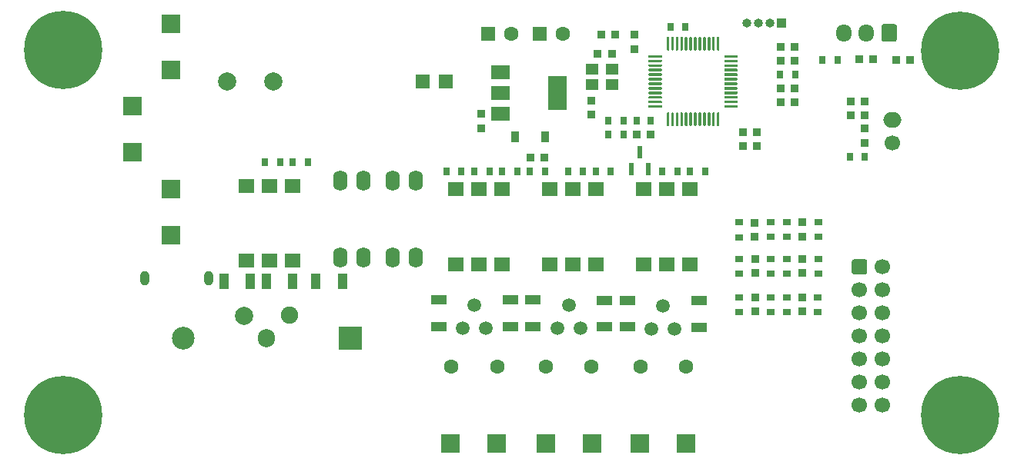
<source format=gbr>
%TF.GenerationSoftware,KiCad,Pcbnew,(5.1.10)-1*%
%TF.CreationDate,2021-11-29T17:35:51+04:00*%
%TF.ProjectId,Coffe_Machine_Gogokhia_Edition_SIMPLE,436f6666-655f-44d6-9163-68696e655f47,rev?*%
%TF.SameCoordinates,Original*%
%TF.FileFunction,Soldermask,Top*%
%TF.FilePolarity,Negative*%
%FSLAX46Y46*%
G04 Gerber Fmt 4.6, Leading zero omitted, Abs format (unit mm)*
G04 Created by KiCad (PCBNEW (5.1.10)-1) date 2021-11-29 17:35:51*
%MOMM*%
%LPD*%
G01*
G04 APERTURE LIST*
%ADD10R,1.125000X1.750000*%
%ADD11C,1.600000*%
%ADD12R,1.600000X1.600000*%
%ADD13O,1.905000X2.000000*%
%ADD14C,1.905000*%
%ADD15R,2.500000X2.500000*%
%ADD16C,2.000000*%
%ADD17C,2.500000*%
%ADD18R,1.400000X1.200000*%
%ADD19R,0.950000X0.800000*%
%ADD20C,1.700000*%
%ADD21R,0.950000X0.900000*%
%ADD22O,1.000000X1.600000*%
%ADD23R,1.780000X1.520000*%
%ADD24R,0.800000X0.950000*%
%ADD25R,0.875000X0.950000*%
%ADD26C,8.600000*%
%ADD27C,0.900000*%
%ADD28R,0.600000X1.475000*%
%ADD29R,0.900000X1.200000*%
%ADD30R,0.900000X0.950000*%
%ADD31R,0.800000X0.900000*%
%ADD32C,1.498600*%
%ADD33R,1.750000X1.125000*%
%ADD34R,2.000000X1.500000*%
%ADD35R,2.000000X3.800000*%
%ADD36O,1.600000X2.250000*%
%ADD37R,1.500000X1.500000*%
%ADD38O,1.000000X1.000000*%
%ADD39R,1.000000X1.000000*%
%ADD40O,1.700000X1.950000*%
%ADD41R,2.000000X2.000000*%
%ADD42O,2.000000X1.700000*%
G04 APERTURE END LIST*
D10*
%TO.C,R1*%
X121046780Y-98917760D03*
X123971780Y-98917760D03*
%TD*%
D11*
%TO.C,C25*%
X142509880Y-71638160D03*
D12*
X140009880Y-71638160D03*
%TD*%
D13*
%TO.C,Q1*%
X115620800Y-105181400D03*
D14*
X118160800Y-102633900D03*
D15*
X124810800Y-105181400D03*
D16*
X113160800Y-102681400D03*
D17*
X106510800Y-105181400D03*
%TD*%
D18*
%TO.C,Y1*%
X153627000Y-77278600D03*
X151427000Y-77278600D03*
X151427000Y-75578600D03*
X153627000Y-75578600D03*
%TD*%
%TO.C,U9*%
G36*
G01*
X159634600Y-73398500D02*
X159634600Y-72073500D01*
G75*
G02*
X159709600Y-71998500I75000J0D01*
G01*
X159859600Y-71998500D01*
G75*
G02*
X159934600Y-72073500I0J-75000D01*
G01*
X159934600Y-73398500D01*
G75*
G02*
X159859600Y-73473500I-75000J0D01*
G01*
X159709600Y-73473500D01*
G75*
G02*
X159634600Y-73398500I0J75000D01*
G01*
G37*
G36*
G01*
X160134600Y-73398500D02*
X160134600Y-72073500D01*
G75*
G02*
X160209600Y-71998500I75000J0D01*
G01*
X160359600Y-71998500D01*
G75*
G02*
X160434600Y-72073500I0J-75000D01*
G01*
X160434600Y-73398500D01*
G75*
G02*
X160359600Y-73473500I-75000J0D01*
G01*
X160209600Y-73473500D01*
G75*
G02*
X160134600Y-73398500I0J75000D01*
G01*
G37*
G36*
G01*
X160634600Y-73398500D02*
X160634600Y-72073500D01*
G75*
G02*
X160709600Y-71998500I75000J0D01*
G01*
X160859600Y-71998500D01*
G75*
G02*
X160934600Y-72073500I0J-75000D01*
G01*
X160934600Y-73398500D01*
G75*
G02*
X160859600Y-73473500I-75000J0D01*
G01*
X160709600Y-73473500D01*
G75*
G02*
X160634600Y-73398500I0J75000D01*
G01*
G37*
G36*
G01*
X161134600Y-73398500D02*
X161134600Y-72073500D01*
G75*
G02*
X161209600Y-71998500I75000J0D01*
G01*
X161359600Y-71998500D01*
G75*
G02*
X161434600Y-72073500I0J-75000D01*
G01*
X161434600Y-73398500D01*
G75*
G02*
X161359600Y-73473500I-75000J0D01*
G01*
X161209600Y-73473500D01*
G75*
G02*
X161134600Y-73398500I0J75000D01*
G01*
G37*
G36*
G01*
X161634600Y-73398500D02*
X161634600Y-72073500D01*
G75*
G02*
X161709600Y-71998500I75000J0D01*
G01*
X161859600Y-71998500D01*
G75*
G02*
X161934600Y-72073500I0J-75000D01*
G01*
X161934600Y-73398500D01*
G75*
G02*
X161859600Y-73473500I-75000J0D01*
G01*
X161709600Y-73473500D01*
G75*
G02*
X161634600Y-73398500I0J75000D01*
G01*
G37*
G36*
G01*
X162134600Y-73398500D02*
X162134600Y-72073500D01*
G75*
G02*
X162209600Y-71998500I75000J0D01*
G01*
X162359600Y-71998500D01*
G75*
G02*
X162434600Y-72073500I0J-75000D01*
G01*
X162434600Y-73398500D01*
G75*
G02*
X162359600Y-73473500I-75000J0D01*
G01*
X162209600Y-73473500D01*
G75*
G02*
X162134600Y-73398500I0J75000D01*
G01*
G37*
G36*
G01*
X162634600Y-73398500D02*
X162634600Y-72073500D01*
G75*
G02*
X162709600Y-71998500I75000J0D01*
G01*
X162859600Y-71998500D01*
G75*
G02*
X162934600Y-72073500I0J-75000D01*
G01*
X162934600Y-73398500D01*
G75*
G02*
X162859600Y-73473500I-75000J0D01*
G01*
X162709600Y-73473500D01*
G75*
G02*
X162634600Y-73398500I0J75000D01*
G01*
G37*
G36*
G01*
X163134600Y-73398500D02*
X163134600Y-72073500D01*
G75*
G02*
X163209600Y-71998500I75000J0D01*
G01*
X163359600Y-71998500D01*
G75*
G02*
X163434600Y-72073500I0J-75000D01*
G01*
X163434600Y-73398500D01*
G75*
G02*
X163359600Y-73473500I-75000J0D01*
G01*
X163209600Y-73473500D01*
G75*
G02*
X163134600Y-73398500I0J75000D01*
G01*
G37*
G36*
G01*
X163634600Y-73398500D02*
X163634600Y-72073500D01*
G75*
G02*
X163709600Y-71998500I75000J0D01*
G01*
X163859600Y-71998500D01*
G75*
G02*
X163934600Y-72073500I0J-75000D01*
G01*
X163934600Y-73398500D01*
G75*
G02*
X163859600Y-73473500I-75000J0D01*
G01*
X163709600Y-73473500D01*
G75*
G02*
X163634600Y-73398500I0J75000D01*
G01*
G37*
G36*
G01*
X164134600Y-73398500D02*
X164134600Y-72073500D01*
G75*
G02*
X164209600Y-71998500I75000J0D01*
G01*
X164359600Y-71998500D01*
G75*
G02*
X164434600Y-72073500I0J-75000D01*
G01*
X164434600Y-73398500D01*
G75*
G02*
X164359600Y-73473500I-75000J0D01*
G01*
X164209600Y-73473500D01*
G75*
G02*
X164134600Y-73398500I0J75000D01*
G01*
G37*
G36*
G01*
X164634600Y-73398500D02*
X164634600Y-72073500D01*
G75*
G02*
X164709600Y-71998500I75000J0D01*
G01*
X164859600Y-71998500D01*
G75*
G02*
X164934600Y-72073500I0J-75000D01*
G01*
X164934600Y-73398500D01*
G75*
G02*
X164859600Y-73473500I-75000J0D01*
G01*
X164709600Y-73473500D01*
G75*
G02*
X164634600Y-73398500I0J75000D01*
G01*
G37*
G36*
G01*
X165134600Y-73398500D02*
X165134600Y-72073500D01*
G75*
G02*
X165209600Y-71998500I75000J0D01*
G01*
X165359600Y-71998500D01*
G75*
G02*
X165434600Y-72073500I0J-75000D01*
G01*
X165434600Y-73398500D01*
G75*
G02*
X165359600Y-73473500I-75000J0D01*
G01*
X165209600Y-73473500D01*
G75*
G02*
X165134600Y-73398500I0J75000D01*
G01*
G37*
G36*
G01*
X165959600Y-74223500D02*
X165959600Y-74073500D01*
G75*
G02*
X166034600Y-73998500I75000J0D01*
G01*
X167359600Y-73998500D01*
G75*
G02*
X167434600Y-74073500I0J-75000D01*
G01*
X167434600Y-74223500D01*
G75*
G02*
X167359600Y-74298500I-75000J0D01*
G01*
X166034600Y-74298500D01*
G75*
G02*
X165959600Y-74223500I0J75000D01*
G01*
G37*
G36*
G01*
X165959600Y-74723500D02*
X165959600Y-74573500D01*
G75*
G02*
X166034600Y-74498500I75000J0D01*
G01*
X167359600Y-74498500D01*
G75*
G02*
X167434600Y-74573500I0J-75000D01*
G01*
X167434600Y-74723500D01*
G75*
G02*
X167359600Y-74798500I-75000J0D01*
G01*
X166034600Y-74798500D01*
G75*
G02*
X165959600Y-74723500I0J75000D01*
G01*
G37*
G36*
G01*
X165959600Y-75223500D02*
X165959600Y-75073500D01*
G75*
G02*
X166034600Y-74998500I75000J0D01*
G01*
X167359600Y-74998500D01*
G75*
G02*
X167434600Y-75073500I0J-75000D01*
G01*
X167434600Y-75223500D01*
G75*
G02*
X167359600Y-75298500I-75000J0D01*
G01*
X166034600Y-75298500D01*
G75*
G02*
X165959600Y-75223500I0J75000D01*
G01*
G37*
G36*
G01*
X165959600Y-75723500D02*
X165959600Y-75573500D01*
G75*
G02*
X166034600Y-75498500I75000J0D01*
G01*
X167359600Y-75498500D01*
G75*
G02*
X167434600Y-75573500I0J-75000D01*
G01*
X167434600Y-75723500D01*
G75*
G02*
X167359600Y-75798500I-75000J0D01*
G01*
X166034600Y-75798500D01*
G75*
G02*
X165959600Y-75723500I0J75000D01*
G01*
G37*
G36*
G01*
X165959600Y-76223500D02*
X165959600Y-76073500D01*
G75*
G02*
X166034600Y-75998500I75000J0D01*
G01*
X167359600Y-75998500D01*
G75*
G02*
X167434600Y-76073500I0J-75000D01*
G01*
X167434600Y-76223500D01*
G75*
G02*
X167359600Y-76298500I-75000J0D01*
G01*
X166034600Y-76298500D01*
G75*
G02*
X165959600Y-76223500I0J75000D01*
G01*
G37*
G36*
G01*
X165959600Y-76723500D02*
X165959600Y-76573500D01*
G75*
G02*
X166034600Y-76498500I75000J0D01*
G01*
X167359600Y-76498500D01*
G75*
G02*
X167434600Y-76573500I0J-75000D01*
G01*
X167434600Y-76723500D01*
G75*
G02*
X167359600Y-76798500I-75000J0D01*
G01*
X166034600Y-76798500D01*
G75*
G02*
X165959600Y-76723500I0J75000D01*
G01*
G37*
G36*
G01*
X165959600Y-77223500D02*
X165959600Y-77073500D01*
G75*
G02*
X166034600Y-76998500I75000J0D01*
G01*
X167359600Y-76998500D01*
G75*
G02*
X167434600Y-77073500I0J-75000D01*
G01*
X167434600Y-77223500D01*
G75*
G02*
X167359600Y-77298500I-75000J0D01*
G01*
X166034600Y-77298500D01*
G75*
G02*
X165959600Y-77223500I0J75000D01*
G01*
G37*
G36*
G01*
X165959600Y-77723500D02*
X165959600Y-77573500D01*
G75*
G02*
X166034600Y-77498500I75000J0D01*
G01*
X167359600Y-77498500D01*
G75*
G02*
X167434600Y-77573500I0J-75000D01*
G01*
X167434600Y-77723500D01*
G75*
G02*
X167359600Y-77798500I-75000J0D01*
G01*
X166034600Y-77798500D01*
G75*
G02*
X165959600Y-77723500I0J75000D01*
G01*
G37*
G36*
G01*
X165959600Y-78223500D02*
X165959600Y-78073500D01*
G75*
G02*
X166034600Y-77998500I75000J0D01*
G01*
X167359600Y-77998500D01*
G75*
G02*
X167434600Y-78073500I0J-75000D01*
G01*
X167434600Y-78223500D01*
G75*
G02*
X167359600Y-78298500I-75000J0D01*
G01*
X166034600Y-78298500D01*
G75*
G02*
X165959600Y-78223500I0J75000D01*
G01*
G37*
G36*
G01*
X165959600Y-78723500D02*
X165959600Y-78573500D01*
G75*
G02*
X166034600Y-78498500I75000J0D01*
G01*
X167359600Y-78498500D01*
G75*
G02*
X167434600Y-78573500I0J-75000D01*
G01*
X167434600Y-78723500D01*
G75*
G02*
X167359600Y-78798500I-75000J0D01*
G01*
X166034600Y-78798500D01*
G75*
G02*
X165959600Y-78723500I0J75000D01*
G01*
G37*
G36*
G01*
X165959600Y-79223500D02*
X165959600Y-79073500D01*
G75*
G02*
X166034600Y-78998500I75000J0D01*
G01*
X167359600Y-78998500D01*
G75*
G02*
X167434600Y-79073500I0J-75000D01*
G01*
X167434600Y-79223500D01*
G75*
G02*
X167359600Y-79298500I-75000J0D01*
G01*
X166034600Y-79298500D01*
G75*
G02*
X165959600Y-79223500I0J75000D01*
G01*
G37*
G36*
G01*
X165959600Y-79723500D02*
X165959600Y-79573500D01*
G75*
G02*
X166034600Y-79498500I75000J0D01*
G01*
X167359600Y-79498500D01*
G75*
G02*
X167434600Y-79573500I0J-75000D01*
G01*
X167434600Y-79723500D01*
G75*
G02*
X167359600Y-79798500I-75000J0D01*
G01*
X166034600Y-79798500D01*
G75*
G02*
X165959600Y-79723500I0J75000D01*
G01*
G37*
G36*
G01*
X165134600Y-81723500D02*
X165134600Y-80398500D01*
G75*
G02*
X165209600Y-80323500I75000J0D01*
G01*
X165359600Y-80323500D01*
G75*
G02*
X165434600Y-80398500I0J-75000D01*
G01*
X165434600Y-81723500D01*
G75*
G02*
X165359600Y-81798500I-75000J0D01*
G01*
X165209600Y-81798500D01*
G75*
G02*
X165134600Y-81723500I0J75000D01*
G01*
G37*
G36*
G01*
X164634600Y-81723500D02*
X164634600Y-80398500D01*
G75*
G02*
X164709600Y-80323500I75000J0D01*
G01*
X164859600Y-80323500D01*
G75*
G02*
X164934600Y-80398500I0J-75000D01*
G01*
X164934600Y-81723500D01*
G75*
G02*
X164859600Y-81798500I-75000J0D01*
G01*
X164709600Y-81798500D01*
G75*
G02*
X164634600Y-81723500I0J75000D01*
G01*
G37*
G36*
G01*
X164134600Y-81723500D02*
X164134600Y-80398500D01*
G75*
G02*
X164209600Y-80323500I75000J0D01*
G01*
X164359600Y-80323500D01*
G75*
G02*
X164434600Y-80398500I0J-75000D01*
G01*
X164434600Y-81723500D01*
G75*
G02*
X164359600Y-81798500I-75000J0D01*
G01*
X164209600Y-81798500D01*
G75*
G02*
X164134600Y-81723500I0J75000D01*
G01*
G37*
G36*
G01*
X163634600Y-81723500D02*
X163634600Y-80398500D01*
G75*
G02*
X163709600Y-80323500I75000J0D01*
G01*
X163859600Y-80323500D01*
G75*
G02*
X163934600Y-80398500I0J-75000D01*
G01*
X163934600Y-81723500D01*
G75*
G02*
X163859600Y-81798500I-75000J0D01*
G01*
X163709600Y-81798500D01*
G75*
G02*
X163634600Y-81723500I0J75000D01*
G01*
G37*
G36*
G01*
X163134600Y-81723500D02*
X163134600Y-80398500D01*
G75*
G02*
X163209600Y-80323500I75000J0D01*
G01*
X163359600Y-80323500D01*
G75*
G02*
X163434600Y-80398500I0J-75000D01*
G01*
X163434600Y-81723500D01*
G75*
G02*
X163359600Y-81798500I-75000J0D01*
G01*
X163209600Y-81798500D01*
G75*
G02*
X163134600Y-81723500I0J75000D01*
G01*
G37*
G36*
G01*
X162634600Y-81723500D02*
X162634600Y-80398500D01*
G75*
G02*
X162709600Y-80323500I75000J0D01*
G01*
X162859600Y-80323500D01*
G75*
G02*
X162934600Y-80398500I0J-75000D01*
G01*
X162934600Y-81723500D01*
G75*
G02*
X162859600Y-81798500I-75000J0D01*
G01*
X162709600Y-81798500D01*
G75*
G02*
X162634600Y-81723500I0J75000D01*
G01*
G37*
G36*
G01*
X162134600Y-81723500D02*
X162134600Y-80398500D01*
G75*
G02*
X162209600Y-80323500I75000J0D01*
G01*
X162359600Y-80323500D01*
G75*
G02*
X162434600Y-80398500I0J-75000D01*
G01*
X162434600Y-81723500D01*
G75*
G02*
X162359600Y-81798500I-75000J0D01*
G01*
X162209600Y-81798500D01*
G75*
G02*
X162134600Y-81723500I0J75000D01*
G01*
G37*
G36*
G01*
X161634600Y-81723500D02*
X161634600Y-80398500D01*
G75*
G02*
X161709600Y-80323500I75000J0D01*
G01*
X161859600Y-80323500D01*
G75*
G02*
X161934600Y-80398500I0J-75000D01*
G01*
X161934600Y-81723500D01*
G75*
G02*
X161859600Y-81798500I-75000J0D01*
G01*
X161709600Y-81798500D01*
G75*
G02*
X161634600Y-81723500I0J75000D01*
G01*
G37*
G36*
G01*
X161134600Y-81723500D02*
X161134600Y-80398500D01*
G75*
G02*
X161209600Y-80323500I75000J0D01*
G01*
X161359600Y-80323500D01*
G75*
G02*
X161434600Y-80398500I0J-75000D01*
G01*
X161434600Y-81723500D01*
G75*
G02*
X161359600Y-81798500I-75000J0D01*
G01*
X161209600Y-81798500D01*
G75*
G02*
X161134600Y-81723500I0J75000D01*
G01*
G37*
G36*
G01*
X160634600Y-81723500D02*
X160634600Y-80398500D01*
G75*
G02*
X160709600Y-80323500I75000J0D01*
G01*
X160859600Y-80323500D01*
G75*
G02*
X160934600Y-80398500I0J-75000D01*
G01*
X160934600Y-81723500D01*
G75*
G02*
X160859600Y-81798500I-75000J0D01*
G01*
X160709600Y-81798500D01*
G75*
G02*
X160634600Y-81723500I0J75000D01*
G01*
G37*
G36*
G01*
X160134600Y-81723500D02*
X160134600Y-80398500D01*
G75*
G02*
X160209600Y-80323500I75000J0D01*
G01*
X160359600Y-80323500D01*
G75*
G02*
X160434600Y-80398500I0J-75000D01*
G01*
X160434600Y-81723500D01*
G75*
G02*
X160359600Y-81798500I-75000J0D01*
G01*
X160209600Y-81798500D01*
G75*
G02*
X160134600Y-81723500I0J75000D01*
G01*
G37*
G36*
G01*
X159634600Y-81723500D02*
X159634600Y-80398500D01*
G75*
G02*
X159709600Y-80323500I75000J0D01*
G01*
X159859600Y-80323500D01*
G75*
G02*
X159934600Y-80398500I0J-75000D01*
G01*
X159934600Y-81723500D01*
G75*
G02*
X159859600Y-81798500I-75000J0D01*
G01*
X159709600Y-81798500D01*
G75*
G02*
X159634600Y-81723500I0J75000D01*
G01*
G37*
G36*
G01*
X157634600Y-79723500D02*
X157634600Y-79573500D01*
G75*
G02*
X157709600Y-79498500I75000J0D01*
G01*
X159034600Y-79498500D01*
G75*
G02*
X159109600Y-79573500I0J-75000D01*
G01*
X159109600Y-79723500D01*
G75*
G02*
X159034600Y-79798500I-75000J0D01*
G01*
X157709600Y-79798500D01*
G75*
G02*
X157634600Y-79723500I0J75000D01*
G01*
G37*
G36*
G01*
X157634600Y-79223500D02*
X157634600Y-79073500D01*
G75*
G02*
X157709600Y-78998500I75000J0D01*
G01*
X159034600Y-78998500D01*
G75*
G02*
X159109600Y-79073500I0J-75000D01*
G01*
X159109600Y-79223500D01*
G75*
G02*
X159034600Y-79298500I-75000J0D01*
G01*
X157709600Y-79298500D01*
G75*
G02*
X157634600Y-79223500I0J75000D01*
G01*
G37*
G36*
G01*
X157634600Y-78723500D02*
X157634600Y-78573500D01*
G75*
G02*
X157709600Y-78498500I75000J0D01*
G01*
X159034600Y-78498500D01*
G75*
G02*
X159109600Y-78573500I0J-75000D01*
G01*
X159109600Y-78723500D01*
G75*
G02*
X159034600Y-78798500I-75000J0D01*
G01*
X157709600Y-78798500D01*
G75*
G02*
X157634600Y-78723500I0J75000D01*
G01*
G37*
G36*
G01*
X157634600Y-78223500D02*
X157634600Y-78073500D01*
G75*
G02*
X157709600Y-77998500I75000J0D01*
G01*
X159034600Y-77998500D01*
G75*
G02*
X159109600Y-78073500I0J-75000D01*
G01*
X159109600Y-78223500D01*
G75*
G02*
X159034600Y-78298500I-75000J0D01*
G01*
X157709600Y-78298500D01*
G75*
G02*
X157634600Y-78223500I0J75000D01*
G01*
G37*
G36*
G01*
X157634600Y-77723500D02*
X157634600Y-77573500D01*
G75*
G02*
X157709600Y-77498500I75000J0D01*
G01*
X159034600Y-77498500D01*
G75*
G02*
X159109600Y-77573500I0J-75000D01*
G01*
X159109600Y-77723500D01*
G75*
G02*
X159034600Y-77798500I-75000J0D01*
G01*
X157709600Y-77798500D01*
G75*
G02*
X157634600Y-77723500I0J75000D01*
G01*
G37*
G36*
G01*
X157634600Y-77223500D02*
X157634600Y-77073500D01*
G75*
G02*
X157709600Y-76998500I75000J0D01*
G01*
X159034600Y-76998500D01*
G75*
G02*
X159109600Y-77073500I0J-75000D01*
G01*
X159109600Y-77223500D01*
G75*
G02*
X159034600Y-77298500I-75000J0D01*
G01*
X157709600Y-77298500D01*
G75*
G02*
X157634600Y-77223500I0J75000D01*
G01*
G37*
G36*
G01*
X157634600Y-76723500D02*
X157634600Y-76573500D01*
G75*
G02*
X157709600Y-76498500I75000J0D01*
G01*
X159034600Y-76498500D01*
G75*
G02*
X159109600Y-76573500I0J-75000D01*
G01*
X159109600Y-76723500D01*
G75*
G02*
X159034600Y-76798500I-75000J0D01*
G01*
X157709600Y-76798500D01*
G75*
G02*
X157634600Y-76723500I0J75000D01*
G01*
G37*
G36*
G01*
X157634600Y-76223500D02*
X157634600Y-76073500D01*
G75*
G02*
X157709600Y-75998500I75000J0D01*
G01*
X159034600Y-75998500D01*
G75*
G02*
X159109600Y-76073500I0J-75000D01*
G01*
X159109600Y-76223500D01*
G75*
G02*
X159034600Y-76298500I-75000J0D01*
G01*
X157709600Y-76298500D01*
G75*
G02*
X157634600Y-76223500I0J75000D01*
G01*
G37*
G36*
G01*
X157634600Y-75723500D02*
X157634600Y-75573500D01*
G75*
G02*
X157709600Y-75498500I75000J0D01*
G01*
X159034600Y-75498500D01*
G75*
G02*
X159109600Y-75573500I0J-75000D01*
G01*
X159109600Y-75723500D01*
G75*
G02*
X159034600Y-75798500I-75000J0D01*
G01*
X157709600Y-75798500D01*
G75*
G02*
X157634600Y-75723500I0J75000D01*
G01*
G37*
G36*
G01*
X157634600Y-75223500D02*
X157634600Y-75073500D01*
G75*
G02*
X157709600Y-74998500I75000J0D01*
G01*
X159034600Y-74998500D01*
G75*
G02*
X159109600Y-75073500I0J-75000D01*
G01*
X159109600Y-75223500D01*
G75*
G02*
X159034600Y-75298500I-75000J0D01*
G01*
X157709600Y-75298500D01*
G75*
G02*
X157634600Y-75223500I0J75000D01*
G01*
G37*
G36*
G01*
X157634600Y-74723500D02*
X157634600Y-74573500D01*
G75*
G02*
X157709600Y-74498500I75000J0D01*
G01*
X159034600Y-74498500D01*
G75*
G02*
X159109600Y-74573500I0J-75000D01*
G01*
X159109600Y-74723500D01*
G75*
G02*
X159034600Y-74798500I-75000J0D01*
G01*
X157709600Y-74798500D01*
G75*
G02*
X157634600Y-74723500I0J75000D01*
G01*
G37*
G36*
G01*
X157634600Y-74223500D02*
X157634600Y-74073500D01*
G75*
G02*
X157709600Y-73998500I75000J0D01*
G01*
X159034600Y-73998500D01*
G75*
G02*
X159109600Y-74073500I0J-75000D01*
G01*
X159109600Y-74223500D01*
G75*
G02*
X159034600Y-74298500I-75000J0D01*
G01*
X157709600Y-74298500D01*
G75*
G02*
X157634600Y-74223500I0J75000D01*
G01*
G37*
%TD*%
D19*
%TO.C,R41*%
X172834300Y-102323400D03*
X172834300Y-100673400D03*
%TD*%
%TO.C,R40*%
X176263300Y-100648000D03*
X176263300Y-102298000D03*
%TD*%
%TO.C,R39*%
X167614600Y-102298000D03*
X167614600Y-100648000D03*
%TD*%
%TO.C,R38*%
X171078240Y-100648000D03*
X171078240Y-102298000D03*
%TD*%
%TO.C,R37*%
X172825060Y-98068900D03*
X172825060Y-96418900D03*
%TD*%
%TO.C,R36*%
X176288700Y-96418900D03*
X176288700Y-98068900D03*
%TD*%
%TO.C,R35*%
X167614600Y-98068900D03*
X167614600Y-96418900D03*
%TD*%
%TO.C,R34*%
X171078240Y-96418900D03*
X171078240Y-98068900D03*
%TD*%
%TO.C,R33*%
X172825060Y-94025100D03*
X172825060Y-92375100D03*
%TD*%
%TO.C,R30*%
X176288700Y-92375100D03*
X176288700Y-94025100D03*
%TD*%
%TO.C,R27*%
X171069000Y-94030300D03*
X171069000Y-92380300D03*
%TD*%
%TO.C,R23*%
X167601900Y-92431100D03*
X167601900Y-94081100D03*
%TD*%
D20*
%TO.C,J9*%
X183388000Y-112560100D03*
X183388000Y-110020100D03*
X183388000Y-107480100D03*
X183388000Y-104940100D03*
X183388000Y-102400100D03*
X183388000Y-99860100D03*
X183388000Y-97320100D03*
X180848000Y-112560100D03*
X180848000Y-110020100D03*
X180848000Y-107480100D03*
X180848000Y-104940100D03*
X180848000Y-102400100D03*
X180848000Y-99860100D03*
G36*
G01*
X179998000Y-97920100D02*
X179998000Y-96720100D01*
G75*
G02*
X180248000Y-96470100I250000J0D01*
G01*
X181448000Y-96470100D01*
G75*
G02*
X181698000Y-96720100I0J-250000D01*
G01*
X181698000Y-97920100D01*
G75*
G02*
X181448000Y-98170100I-250000J0D01*
G01*
X180248000Y-98170100D01*
G75*
G02*
X179998000Y-97920100I0J250000D01*
G01*
G37*
%TD*%
D21*
%TO.C,C31*%
X174571880Y-100698000D03*
X174571880Y-102248000D03*
%TD*%
%TO.C,C30*%
X169361420Y-100698000D03*
X169361420Y-102248000D03*
%TD*%
%TO.C,C29*%
X174571880Y-96468900D03*
X174571880Y-98018900D03*
%TD*%
%TO.C,C28*%
X169361420Y-96468900D03*
X169361420Y-98018900D03*
%TD*%
%TO.C,C27*%
X174571880Y-92425100D03*
X174571880Y-93975100D03*
%TD*%
%TO.C,C24*%
X169303700Y-92481100D03*
X169303700Y-94031100D03*
%TD*%
D22*
%TO.C,C1*%
X102254800Y-98539300D03*
X109254800Y-98539300D03*
%TD*%
D23*
%TO.C,U3*%
X115989100Y-96657200D03*
X118529100Y-96657200D03*
X113449100Y-96657200D03*
X115989100Y-88407200D03*
X118529100Y-88407200D03*
X113449100Y-88407200D03*
%TD*%
%TO.C,U6*%
X159651400Y-97025500D03*
X162191400Y-97025500D03*
X157111400Y-97025500D03*
X159651400Y-88775500D03*
X162191400Y-88775500D03*
X157111400Y-88775500D03*
%TD*%
%TO.C,U5*%
X149317800Y-97025500D03*
X151857800Y-97025500D03*
X146777800Y-97025500D03*
X149317800Y-88775500D03*
X151857800Y-88775500D03*
X146777800Y-88775500D03*
%TD*%
%TO.C,U4*%
X138988800Y-97039500D03*
X141528800Y-97039500D03*
X136448800Y-97039500D03*
X138988800Y-88789500D03*
X141528800Y-88789500D03*
X136448800Y-88789500D03*
%TD*%
D24*
%TO.C,R32*%
X146245080Y-86837520D03*
X144595080Y-86837520D03*
%TD*%
D25*
%TO.C,D6*%
X146202500Y-85267800D03*
X144627500Y-85267800D03*
%TD*%
D26*
%TO.C,REF\u002A\u002A*%
X93306900Y-73456815D03*
D27*
X96531900Y-73456815D03*
X95587319Y-75737234D03*
X93306900Y-76681815D03*
X91026481Y-75737234D03*
X90081900Y-73456815D03*
X91026481Y-71176396D03*
X93306900Y-70231815D03*
X95587319Y-71176396D03*
%TD*%
D26*
%TO.C,REF\u002A\u002A*%
X191935100Y-73482185D03*
D27*
X188710100Y-73482185D03*
X189654681Y-71201766D03*
X191935100Y-70257185D03*
X194215519Y-71201766D03*
X195160100Y-73482185D03*
X194215519Y-75762604D03*
X191935100Y-76707185D03*
X189654681Y-75762604D03*
%TD*%
D26*
%TO.C,REF\u002A\u002A*%
X191935100Y-113626885D03*
D27*
X188710100Y-113626885D03*
X189654681Y-111346466D03*
X191935100Y-110401885D03*
X194215519Y-111346466D03*
X195160100Y-113626885D03*
X194215519Y-115907304D03*
X191935100Y-116851885D03*
X189654681Y-115907304D03*
%TD*%
%TO.C,REF\u002A\u002A*%
X95587319Y-111321081D03*
X93306900Y-110376500D03*
X91026481Y-111321081D03*
X90081900Y-113601500D03*
X91026481Y-115881919D03*
X93306900Y-116826500D03*
X95587319Y-115881919D03*
X96531900Y-113601500D03*
D26*
X93306900Y-113601500D03*
%TD*%
D28*
%TO.C,U8*%
X156679900Y-84673200D03*
X157629900Y-86548200D03*
X155729900Y-86548200D03*
%TD*%
D29*
%TO.C,D1*%
X146290300Y-82994500D03*
X142990300Y-82994500D03*
%TD*%
D11*
%TO.C,C20*%
X148214720Y-71638160D03*
D12*
X145714720Y-71638160D03*
%TD*%
D30*
%TO.C,C23*%
X181407100Y-80594200D03*
X179857100Y-80594200D03*
%TD*%
%TO.C,C22*%
X157886700Y-82765900D03*
X156336700Y-82765900D03*
%TD*%
%TO.C,C21*%
X181407100Y-79070200D03*
X179857100Y-79070200D03*
%TD*%
%TO.C,C19*%
X169570700Y-83985100D03*
X168020700Y-83985100D03*
%TD*%
D31*
%TO.C,C18*%
X156324000Y-81216500D03*
X157874000Y-81216500D03*
%TD*%
D21*
%TO.C,C17*%
X156083000Y-73304700D03*
X156083000Y-71754700D03*
%TD*%
%TO.C,C16*%
X151358600Y-78981000D03*
X151358600Y-80531000D03*
%TD*%
D30*
%TO.C,C15*%
X153594100Y-73888600D03*
X152044100Y-73888600D03*
%TD*%
%TO.C,C14*%
X173708360Y-73101200D03*
X172158360Y-73101200D03*
%TD*%
%TO.C,C13*%
X173695660Y-74625200D03*
X172145660Y-74625200D03*
%TD*%
%TO.C,C12*%
X169558000Y-82448400D03*
X168008000Y-82448400D03*
%TD*%
%TO.C,C11*%
X152412400Y-71704200D03*
X153962400Y-71704200D03*
%TD*%
%TO.C,C10*%
X186385500Y-74523600D03*
X184835500Y-74523600D03*
%TD*%
%TO.C,C9*%
X172145660Y-77647800D03*
X173695660Y-77647800D03*
%TD*%
%TO.C,C8*%
X180822300Y-74472800D03*
X182372300Y-74472800D03*
%TD*%
%TO.C,C7*%
X172145660Y-79159100D03*
X173695660Y-79159100D03*
%TD*%
D21*
%TO.C,C6*%
X139217400Y-82042300D03*
X139217400Y-80492300D03*
%TD*%
%TO.C,C5*%
X181419500Y-82092500D03*
X181419500Y-83642500D03*
%TD*%
D32*
%TO.C,Q4*%
X157988000Y-104140000D03*
X159258000Y-101600000D03*
X160528000Y-104140000D03*
%TD*%
%TO.C,Q3*%
X147599400Y-104101900D03*
X148869400Y-101561900D03*
X150139400Y-104101900D03*
%TD*%
%TO.C,Q2*%
X137210800Y-104089200D03*
X138480800Y-101549200D03*
X139750800Y-104089200D03*
%TD*%
D33*
%TO.C,R19*%
X155321000Y-103913400D03*
X155321000Y-100988400D03*
%TD*%
%TO.C,R18*%
X144932400Y-103900700D03*
X144932400Y-100975700D03*
%TD*%
%TO.C,R17*%
X134543800Y-103875300D03*
X134543800Y-100950300D03*
%TD*%
D10*
%TO.C,R16*%
X113857500Y-98907600D03*
X110932500Y-98907600D03*
%TD*%
D33*
%TO.C,R14*%
X163220400Y-101026500D03*
X163220400Y-103951500D03*
%TD*%
%TO.C,R13*%
X152819100Y-100988400D03*
X152819100Y-103913400D03*
%TD*%
%TO.C,R12*%
X142430500Y-100975700D03*
X142430500Y-103900700D03*
%TD*%
D10*
%TO.C,R11*%
X118531100Y-98907600D03*
X115606100Y-98907600D03*
%TD*%
D24*
%TO.C,R26*%
X161688280Y-70866000D03*
X160038280Y-70866000D03*
%TD*%
%TO.C,R24*%
X154863300Y-81216500D03*
X153213300Y-81216500D03*
%TD*%
%TO.C,R22*%
X172095660Y-76136500D03*
X173745660Y-76136500D03*
%TD*%
%TO.C,R21*%
X178421800Y-74485500D03*
X176771800Y-74485500D03*
%TD*%
%TO.C,R20*%
X153213300Y-82753200D03*
X154863300Y-82753200D03*
%TD*%
%TO.C,R15*%
X181431700Y-85166200D03*
X179781700Y-85166200D03*
%TD*%
%TO.C,R10*%
X137055360Y-86832440D03*
X135405360Y-86832440D03*
%TD*%
%TO.C,R9*%
X160806900Y-86791800D03*
X159156900Y-86791800D03*
%TD*%
%TO.C,R8*%
X150443700Y-86791800D03*
X148793700Y-86791800D03*
%TD*%
%TO.C,R7*%
X140131300Y-86829900D03*
X138481300Y-86829900D03*
%TD*%
%TO.C,R6*%
X117106200Y-85826600D03*
X115456200Y-85826600D03*
%TD*%
%TO.C,R5*%
X163841400Y-86791800D03*
X162191400Y-86791800D03*
%TD*%
%TO.C,R4*%
X153495100Y-86791800D03*
X151845100Y-86791800D03*
%TD*%
%TO.C,R3*%
X143179300Y-86829900D03*
X141529300Y-86829900D03*
%TD*%
%TO.C,R2*%
X120166900Y-85826600D03*
X118516900Y-85826600D03*
%TD*%
D34*
%TO.C,U7*%
X141350600Y-75868500D03*
X141350600Y-80468500D03*
X141350600Y-78168500D03*
D35*
X147650600Y-78168500D03*
%TD*%
D36*
%TO.C,U2*%
X129481580Y-96291980D03*
X132021580Y-96291980D03*
X132021580Y-87791980D03*
X129481580Y-87791980D03*
%TD*%
%TO.C,U1*%
X123753880Y-96300180D03*
X126293880Y-96300180D03*
X126293880Y-87800180D03*
X123753880Y-87800180D03*
%TD*%
D37*
%TO.C,PS1*%
X135341000Y-76885600D03*
D16*
X111341000Y-76885600D03*
X116341000Y-76885600D03*
D37*
X132841000Y-76885600D03*
%TD*%
D38*
%TO.C,J11*%
X168452800Y-70497700D03*
X169722800Y-70497700D03*
X170992800Y-70497700D03*
D39*
X172262800Y-70497700D03*
%TD*%
D40*
%TO.C,J8*%
X179099200Y-71551800D03*
X181599200Y-71551800D03*
G36*
G01*
X184949200Y-70826800D02*
X184949200Y-72276800D01*
G75*
G02*
X184699200Y-72526800I-250000J0D01*
G01*
X183499200Y-72526800D01*
G75*
G02*
X183249200Y-72276800I0J250000D01*
G01*
X183249200Y-70826800D01*
G75*
G02*
X183499200Y-70576800I250000J0D01*
G01*
X184699200Y-70576800D01*
G75*
G02*
X184949200Y-70826800I0J-250000D01*
G01*
G37*
%TD*%
D41*
%TO.C,J7*%
X161788000Y-116814600D03*
X156708000Y-116814600D03*
%TD*%
%TO.C,J6*%
X151399400Y-116814600D03*
X146319400Y-116814600D03*
%TD*%
%TO.C,J5*%
X135850000Y-116814600D03*
X140930000Y-116814600D03*
%TD*%
%TO.C,J4*%
X105143300Y-88717760D03*
X105143300Y-93797760D03*
%TD*%
D42*
%TO.C,J3*%
X184416700Y-81154900D03*
D20*
X184416700Y-83654900D03*
%TD*%
D41*
%TO.C,J2*%
X105143300Y-75617700D03*
X105143300Y-70537700D03*
%TD*%
%TO.C,J1*%
X100924360Y-79637730D03*
X100924360Y-84717730D03*
%TD*%
D11*
%TO.C,C4*%
X156758000Y-108305600D03*
X161758000Y-108305600D03*
%TD*%
%TO.C,C3*%
X146369400Y-108305600D03*
X151369400Y-108305600D03*
%TD*%
%TO.C,C2*%
X135980800Y-108305600D03*
X140980800Y-108305600D03*
%TD*%
M02*

</source>
